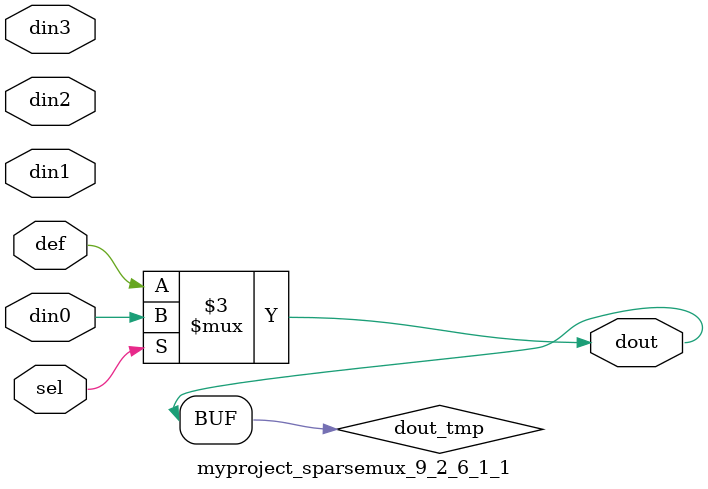
<source format=v>
`timescale 1ns / 1ps

module myproject_sparsemux_9_2_6_1_1 (din0,din1,din2,din3,def,sel,dout);

parameter din0_WIDTH = 1;

parameter din1_WIDTH = 1;

parameter din2_WIDTH = 1;

parameter din3_WIDTH = 1;

parameter def_WIDTH = 1;
parameter sel_WIDTH = 1;
parameter dout_WIDTH = 1;

parameter [sel_WIDTH-1:0] CASE0 = 1;

parameter [sel_WIDTH-1:0] CASE1 = 1;

parameter [sel_WIDTH-1:0] CASE2 = 1;

parameter [sel_WIDTH-1:0] CASE3 = 1;

parameter ID = 1;
parameter NUM_STAGE = 1;



input [din0_WIDTH-1:0] din0;

input [din1_WIDTH-1:0] din1;

input [din2_WIDTH-1:0] din2;

input [din3_WIDTH-1:0] din3;

input [def_WIDTH-1:0] def;
input [sel_WIDTH-1:0] sel;

output [dout_WIDTH-1:0] dout;



reg [dout_WIDTH-1:0] dout_tmp;


always @ (*) begin
(* parallel_case *) case (sel)
    
    CASE0 : dout_tmp = din0;
    
    CASE1 : dout_tmp = din1;
    
    CASE2 : dout_tmp = din2;
    
    CASE3 : dout_tmp = din3;
    
    default : dout_tmp = def;
endcase
end


assign dout = dout_tmp;



endmodule

</source>
